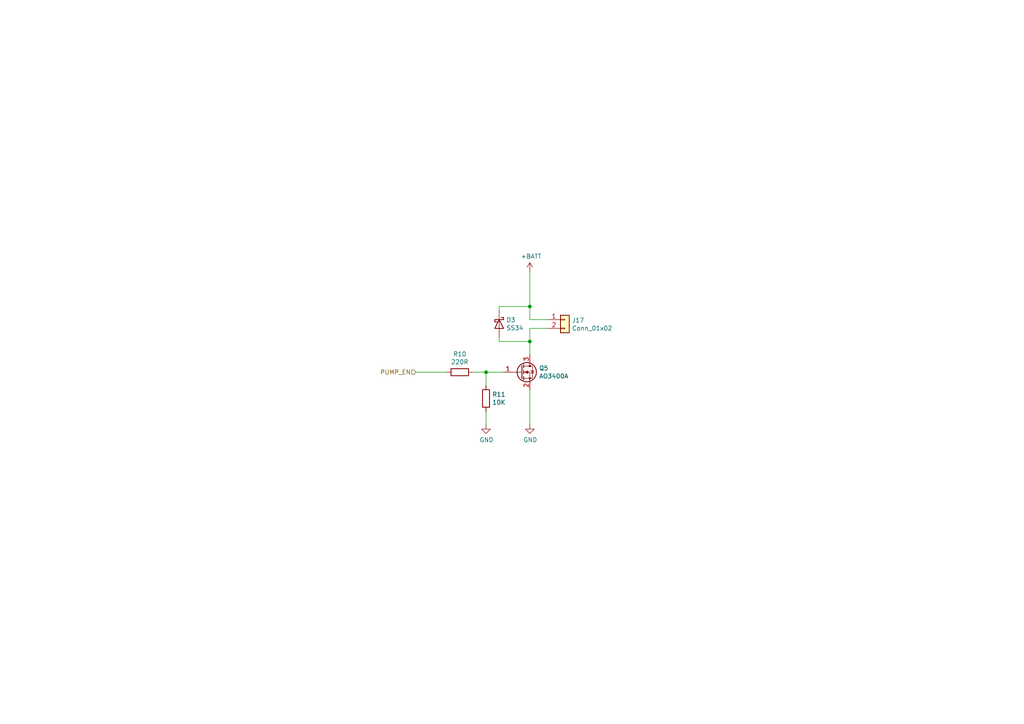
<source format=kicad_sch>
(kicad_sch (version 20211123) (generator eeschema)
  (paper "A4")
  (lib_symbols
    (symbol "Connector_Generic:Conn_01x02" (pin_names (offset 1.016) hide)
      (property "Reference" "J" (at 0 2.54 0))
      (property "Value" "Conn_01x02" (at 0 -5.08 0))
      (symbol "Conn_01x02_1_1"
        (rectangle (start -1.27 -2.413) (end 0 -2.667) (stroke (width 0.1524)))
        (rectangle (start -1.27 0.127) (end 0 -0.127) (stroke (width 0.1524)))
        (rectangle (start -1.27 1.27) (end 1.27 -3.81) (stroke (width 0.254)) (fill (type background)))
        (pin passive line (at -5.08 0 0) (length 3.81) (name "Pin_1") (number "1"))
        (pin passive line (at -5.08 -2.54 0) (length 3.81) (name "Pin_2") (number "2"))
      )
    )
    (symbol "Device:D_Schottky" (pin_numbers hide) (pin_names (offset 1.016) hide)
      (property "Reference" "D" (at 0 2.54 0))
      (property "Value" "D_Schottky" (at 0 -2.54 0))
      (symbol "D_Schottky_0_1"
        (polyline (pts (xy 1.27 0) (xy -1.27 0)))
        (polyline (pts (xy 1.27 1.27) (xy 1.27 -1.27) (xy -1.27 0) (xy 1.27 1.27)) (stroke (width 0.254)))
        (polyline (pts (xy -1.905 0.635) (xy -1.905 1.27) (xy -1.27 1.27) (xy -1.27 -1.27) (xy -0.635 -1.27) (xy -0.635 -0.635)) (stroke (width 0.254)))
      )
      (symbol "D_Schottky_1_1"
        (pin passive line (at -3.81 0 0) (length 2.54) (name "K") (number "1"))
        (pin passive line (at 3.81 0 180) (length 2.54) (name "A") (number "2"))
      )
    )
    (symbol "Device:R" (pin_numbers hide) (pin_names (offset 0))
      (property "Reference" "R" (at 2.032 0 90))
      (property "Value" "R" (at 0 0 90))
      (symbol "R_0_1"
        (rectangle (start -1.016 -2.54) (end 1.016 2.54) (stroke (width 0.254)))
      )
      (symbol "R_1_1"
        (pin passive line (at 0 3.81 270) (length 1.27) (name "~") (number "1"))
        (pin passive line (at 0 -3.81 90) (length 1.27) (name "~") (number "2"))
      )
    )
    (symbol "Transistor_FET:AO3400A" (pin_names hide)
      (property "Reference" "Q" (at 5.08 1.905 0))
      (property "Value" "AO3400A" (at 5.08 0 0))
      (symbol "AO3400A_0_1"
        (polyline (pts (xy 0.254 0) (xy -2.54 0)))
        (polyline (pts (xy 0.254 1.905) (xy 0.254 -1.905)) (stroke (width 0.254)))
        (polyline (pts (xy 0.762 -1.27) (xy 0.762 -2.286)) (stroke (width 0.254)))
        (polyline (pts (xy 0.762 0.508) (xy 0.762 -0.508)) (stroke (width 0.254)))
        (polyline (pts (xy 0.762 2.286) (xy 0.762 1.27)) (stroke (width 0.254)))
        (polyline (pts (xy 2.54 2.54) (xy 2.54 1.778)))
        (polyline (pts (xy 2.54 -2.54) (xy 2.54 0) (xy 0.762 0)))
        (polyline (pts (xy 0.762 -1.778) (xy 3.302 -1.778) (xy 3.302 1.778) (xy 0.762 1.778)))
        (polyline (pts (xy 1.016 0) (xy 2.032 0.381) (xy 2.032 -0.381) (xy 1.016 0)) (fill (type outline)))
        (polyline (pts (xy 2.794 0.508) (xy 2.921 0.381) (xy 3.683 0.381) (xy 3.81 0.254)))
        (polyline (pts (xy 3.302 0.381) (xy 2.921 -0.254) (xy 3.683 -0.254) (xy 3.302 0.381)))
        (circle (center 1.651 0) (radius 2.794) (stroke (width 0.254)))
        (circle (center 2.54 -1.778) (radius 0.254) (fill (type outline)))
        (circle (center 2.54 1.778) (radius 0.254) (fill (type outline)))
      )
      (symbol "AO3400A_1_1"
        (pin input line (at -5.08 0 0) (length 2.54) (name "G") (number "1"))
        (pin passive line (at 2.54 -5.08 90) (length 2.54) (name "S") (number "2"))
        (pin passive line (at 2.54 5.08 270) (length 2.54) (name "D") (number "3"))
      )
    )
    (symbol "power:+BATT" (power) (pin_names (offset 0))
      (property "Value" "+BATT" (at 0 3.556 0))
      (symbol "+BATT_0_1"
        (polyline (pts (xy -0.762 1.27) (xy 0 2.54)))
        (polyline (pts (xy 0 0) (xy 0 2.54)))
        (polyline (pts (xy 0 2.54) (xy 0.762 1.27)))
      )
      (symbol "+BATT_1_1"
        (pin power_in line (at 0 0 90) (length 0) hide (name "+BATT") (number "1"))
      )
    )
    (symbol "power:GND" (power) (pin_names (offset 0))
      (property "Value" "GND" (at 0 -3.81 0))
      (symbol "GND_0_1"
        (polyline (pts (xy 0 0) (xy 0 -1.27) (xy 1.27 -1.27) (xy 0 -2.54) (xy -1.27 -1.27) (xy 0 -1.27)))
      )
      (symbol "GND_1_1"
        (pin power_in line (at 0 0 270) (length 0) hide (name "GND") (number "1"))
      )
    )
  )
  (junction (at 153.67 99.06))
  (junction (at 140.97 107.95))
  (junction (at 153.67 88.9))
  (wire (pts (xy 140.97 111.76) (xy 140.97 107.95)))
  (wire (pts (xy 153.67 99.06) (xy 153.67 95.25)))
  (wire (pts (xy 144.78 97.79) (xy 144.78 99.06)))
  (wire (pts (xy 137.16 107.95) (xy 140.97 107.95)))
  (wire (pts (xy 144.78 90.17) (xy 144.78 88.9)))
  (wire (pts (xy 140.97 123.19) (xy 140.97 119.38)))
  (wire (pts (xy 153.67 95.25) (xy 158.75 95.25)))
  (wire (pts (xy 144.78 88.9) (xy 153.67 88.9)))
  (wire (pts (xy 153.67 78.74) (xy 153.67 88.9)))
  (wire (pts (xy 153.67 123.19) (xy 153.67 113.03)))
  (wire (pts (xy 153.67 102.87) (xy 153.67 99.06)))
  (wire (pts (xy 144.78 99.06) (xy 153.67 99.06)))
  (wire (pts (xy 158.75 92.71) (xy 153.67 92.71)))
  (wire (pts (xy 140.97 107.95) (xy 146.05 107.95)))
  (wire (pts (xy 153.67 92.71) (xy 153.67 88.9)))
  (wire (pts (xy 120.65 107.95) (xy 129.54 107.95)))
  (hierarchical_label "PUMP_EN" (shape input) (at 120.65 107.95 180))
  (symbol (lib_id "Transistor_FET:AO3400A") (at 151.13 107.95 0) (unit 1)
    (property "Reference" "Q5" (at 156.337 106.7816 0) (effects (justify left)))
    (property "Value" "AO3400A" (at 156.337 109.093 0) (effects (justify left)))
    (property "Footprint" "Package_TO_SOT_SMD:SOT-23" (effects hide))
    (property "Datasheet" "http://www.aosmd.com/pdfs/datasheet/AO3400A.pdf" (effects hide))
    (property "LCSC" "C20917" (effects hide))
  )
  (symbol (lib_id "Device:R") (at 133.35 107.95 270) (unit 1)
    (property "Reference" "R10" (at 133.35 102.6922 90))
    (property "Value" "220R" (at 133.35 105.0036 90))
    (property "Footprint" "Resistor_SMD:R_0603_1608Metric" (effects hide))
  )
  (symbol (lib_id "Device:R") (at 140.97 115.57 0) (unit 1)
    (property "Reference" "R11" (at 142.748 114.4016 0) (effects (justify left)))
    (property "Value" "10K" (at 142.748 116.713 0) (effects (justify left)))
    (property "Footprint" "Resistor_SMD:R_0603_1608Metric" (effects hide))
  )
  (symbol (lib_id "power:GND") (at 140.97 123.19 0) (unit 1)
    (property "Reference" "#PWR039" (effects hide))
    (property "Value" "GND" (at 141.097 127.5842 0))
  )
  (symbol (lib_id "power:GND") (at 153.67 123.19 0) (unit 1)
    (property "Reference" "#PWR041" (effects hide))
    (property "Value" "GND" (at 153.797 127.5842 0))
  )
  (symbol (lib_id "Device:D_Schottky") (at 144.78 93.98 270) (unit 1)
    (property "Reference" "D3" (at 146.812 92.8116 90) (effects (justify left)))
    (property "Value" "SS34" (at 146.812 95.123 90) (effects (justify left)))
    (property "Footprint" "Diode_SMD:D_SMA" (effects hide))
    (property "Datasheet" "https://datasheet.lcsc.com/szlcsc/1903051003_MDD-Jiangsu-Yutai-Elec-SS34_C8678.pdf" (effects hide))
    (property "LCSC" "C8678" (effects hide))
  )
  (symbol (lib_id "power:+BATT") (at 153.67 78.74 0) (unit 1)
    (property "Reference" "#PWR040" (effects hide))
    (property "Value" "+BATT" (at 154.051 74.3458 0))
  )
  (symbol (lib_id "Connector_Generic:Conn_01x02") (at 163.83 92.71 0) (unit 1)
    (property "Reference" "J17" (at 165.862 92.9132 0) (effects (justify left)))
    (property "Value" "Conn_01x02" (at 165.862 95.2246 0) (effects (justify left)))
    (property "Footprint" "Connector_JST:JST_XH_B2B-XH-AM_1x02_P2.50mm_Vertical" (effects hide))
  )
)
</source>
